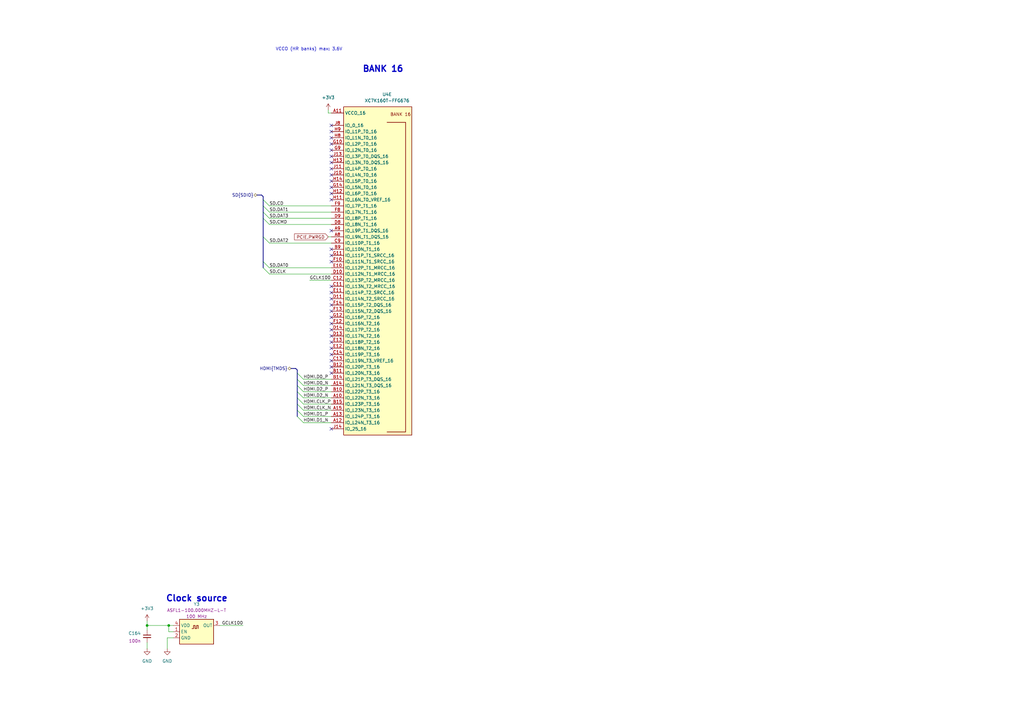
<source format=kicad_sch>
(kicad_sch (version 20211123) (generator eeschema)
  (paper "A3")
  (title_block (title "SO-DIMM DDR5 Tester") (date "2024-01-10") (rev "1.1.0") (comment 1 "www.antmicro.com") (comment 2 "Antmicro Ltd"))
  (junction (at 69.215 256.54))
  (junction (at 60.325 256.54))
  (no_connect (at 135.89 175.895))
  (no_connect (at 135.89 53.975))
  (no_connect (at 135.89 104.775))
  (no_connect (at 135.89 71.755))
  (no_connect (at 135.89 69.215))
  (no_connect (at 135.89 61.595))
  (no_connect (at 135.89 64.135))
  (no_connect (at 135.89 56.515))
  (no_connect (at 135.89 102.235))
  (no_connect (at 135.89 81.915))
  (no_connect (at 135.89 66.675))
  (no_connect (at 135.89 76.835))
  (no_connect (at 135.89 147.955))
  (no_connect (at 135.89 117.475))
  (no_connect (at 135.89 120.015))
  (no_connect (at 135.89 79.375))
  (no_connect (at 135.89 135.255))
  (no_connect (at 135.89 130.175))
  (no_connect (at 135.89 150.495))
  (no_connect (at 135.89 74.295))
  (no_connect (at 135.89 142.875))
  (no_connect (at 135.89 125.095))
  (no_connect (at 135.89 140.335))
  (no_connect (at 135.89 107.315))
  (no_connect (at 135.89 137.795))
  (no_connect (at 135.89 94.615))
  (no_connect (at 135.89 153.035))
  (no_connect (at 135.89 132.715))
  (no_connect (at 135.89 51.435))
  (no_connect (at 135.89 127.635))
  (no_connect (at 135.89 122.555))
  (no_connect (at 135.89 59.055))
  (no_connect (at 135.89 145.415))
  (bus_entry (at 110.49 109.855) (size -2.54 -2.54))
  (bus_entry (at 110.49 92.075) (size -2.54 -2.54))
  (bus_entry (at 110.49 89.535) (size -2.54 -2.54))
  (bus_entry (at 124.46 158.115) (size -2.54 -2.54))
  (bus_entry (at 110.49 99.695) (size -2.54 -2.54))
  (bus_entry (at 124.46 170.815) (size -2.54 -2.54))
  (bus_entry (at 124.46 160.655) (size -2.54 -2.54))
  (bus_entry (at 110.49 84.455) (size -2.54 -2.54))
  (bus_entry (at 124.46 168.275) (size -2.54 -2.54))
  (bus_entry (at 110.49 112.395) (size -2.54 -2.54))
  (bus_entry (at 124.46 163.195) (size -2.54 -2.54))
  (bus_entry (at 110.49 86.995) (size -2.54 -2.54))
  (bus_entry (at 124.46 155.575) (size -2.54 -2.54))
  (bus_entry (at 124.46 165.735) (size -2.54 -2.54))
  (bus_entry (at 124.46 173.355) (size -2.54 -2.54))
  (bus (pts (xy 105.41 80.01) (xy 107.315 80.01)))
  (bus (pts (xy 121.92 151.765) (xy 121.92 153.035)))
  (bus (pts (xy 121.92 168.275) (xy 121.92 170.815)))
  (bus (pts (xy 121.92 160.655) (xy 121.92 163.195)))
  (bus (pts (xy 107.95 89.535) (xy 107.95 97.155)))
  (bus (pts (xy 107.95 107.315) (xy 107.95 109.855)))
  (bus (pts (xy 119.38 151.13) (xy 121.285 151.13)))
  (bus (pts (xy 121.285 151.13) (xy 121.92 151.765)))
  (wire (pts (xy 135.89 163.195) (xy 124.46 163.195)))
  (bus (pts (xy 107.95 97.155) (xy 107.95 107.315)))
  (wire (pts (xy 60.325 266.065) (xy 60.325 263.525)))
  (wire (pts (xy 135.89 160.655) (xy 124.46 160.655)))
  (wire (pts (xy 134.62 45.085) (xy 134.62 46.355)))
  (bus (pts (xy 107.315 80.01) (xy 107.95 80.645)))
  (wire (pts (xy 68.58 261.62) (xy 68.58 266.065)))
  (bus (pts (xy 121.92 165.735) (xy 121.92 168.275)))
  (wire (pts (xy 110.49 89.535) (xy 135.89 89.535)))
  (bus (pts (xy 107.95 84.455) (xy 107.95 86.995)))
  (bus (pts (xy 107.95 81.915) (xy 107.95 84.455)))
  (wire (pts (xy 127 114.935) (xy 135.89 114.935)))
  (bus (pts (xy 121.92 163.195) (xy 121.92 165.735)))
  (wire (pts (xy 60.325 256.54) (xy 69.215 256.54)))
  (bus (pts (xy 121.92 155.575) (xy 121.92 158.115)))
  (wire (pts (xy 135.89 155.575) (xy 124.46 155.575)))
  (wire (pts (xy 135.89 46.355) (xy 134.62 46.355)))
  (wire (pts (xy 135.89 170.815) (xy 124.46 170.815)))
  (wire (pts (xy 135.89 168.275) (xy 124.46 168.275)))
  (wire (pts (xy 60.325 254.635) (xy 60.325 256.54)))
  (wire (pts (xy 69.215 259.08) (xy 69.215 256.54)))
  (wire (pts (xy 60.325 258.445) (xy 60.325 256.54)))
  (wire (pts (xy 110.49 112.395) (xy 135.89 112.395)))
  (wire (pts (xy 110.49 99.695) (xy 135.89 99.695)))
  (bus (pts (xy 121.92 153.035) (xy 121.92 155.575)))
  (wire (pts (xy 110.49 92.075) (xy 135.89 92.075)))
  (bus (pts (xy 107.95 86.995) (xy 107.95 89.535)))
  (wire (pts (xy 71.12 261.62) (xy 68.58 261.62)))
  (wire (pts (xy 110.49 84.455) (xy 135.89 84.455)))
  (bus (pts (xy 107.95 80.645) (xy 107.95 81.915)))
  (wire (pts (xy 134.62 97.155) (xy 135.89 97.155)))
  (wire (pts (xy 69.215 256.54) (xy 71.12 256.54)))
  (wire (pts (xy 135.89 158.115) (xy 124.46 158.115)))
  (wire (pts (xy 135.89 165.735) (xy 124.46 165.735)))
  (wire (pts (xy 110.49 109.855) (xy 135.89 109.855)))
  (wire (pts (xy 90.17 256.54) (xy 99.695 256.54)))
  (bus (pts (xy 121.92 158.115) (xy 121.92 160.655)))
  (wire (pts (xy 110.49 86.995) (xy 135.89 86.995)))
  (wire (pts (xy 135.89 173.355) (xy 124.46 173.355)))
  (wire (pts (xy 71.12 259.08) (xy 69.215 259.08)))
  (text "Clock source" (at 67.945 247.015 0) (effects (font (size 2.54 2.54) (thickness 0.4978) bold) (justify left bottom)))
  (text "BANK 16" (at 148.59 29.845 0) (effects (font (size 2.4892 2.4892) (thickness 0.4978) bold) (justify left bottom)))
  (text "VCCO (HR banks) max: 3.6V" (at 113.03 20.955 0) (effects (font (size 1.27 1.27)) (justify left bottom)))
  (label "SD.DAT0" (at 110.49 109.855 0))
  (label "SD.CMD" (at 110.49 92.075 0))
  (label "GCLK100" (at 127 114.935 0))
  (label "SD.DAT1" (at 110.49 86.995 0))
  (label "SD.CD" (at 110.49 84.455 0))
  (label "SD.CLK" (at 110.49 112.395 0))
  (label "GCLK100" (at 99.695 256.54 180))
  (label "HDMI.D2_P" (at 124.46 160.655 0))
  (label "HDMI.D2_N" (at 124.46 163.195 0))
  (label "SD.DAT3" (at 110.49 89.535 0))
  (label "HDMI.CLK_N" (at 124.46 168.275 0))
  (label "HDMI.CLK_P" (at 124.46 165.735 0))
  (label "HDMI.D0_P" (at 124.46 155.575 0))
  (label "HDMI.D0_N" (at 124.46 158.115 0))
  (label "HDMI.D1_P" (at 124.46 170.815 0))
  (label "SD.DAT2" (at 110.49 99.695 0))
  (label "HDMI.D1_N" (at 124.46 173.355 0))
  (global_label "PCIE.PWRGD" (shape input) (at 134.62 97.155 180) (property "Intersheet References" "${INTERSHEET_REFS}" (effects hide)))
  (hierarchical_label "SD{SDIO}" (shape bidirectional) (at 105.41 80.01 180))
  (hierarchical_label "HDMI{TMDS}" (shape bidirectional) (at 119.38 151.13 180))
  (symbol (lib_id "sodimm-ddr5-tester:GND") (at 68.58 266.065 0) (mirror y) (unit 1)
    (property "Reference" "#PWR0265" (effects hide))
    (property "Value" "GND" (at 68.58 271.145 0))
    (property "Author" "Antmicro" (effects hide))
    (property "License" "Apache-2.0" (effects hide))
  )
  (symbol (lib_id "sodimm-ddr5-tester:C_100n_0402") (at 60.325 258.445 90) (mirror x) (unit 1)
    (property "Reference" "C164" (at 57.785 259.7213 90) (effects (justify left)))
    (property "Value" "C_100n_0402" (effects hide))
    (property "Footprint" "sodimm-ddr5-tester-footprints:C_0402_1005Metric" (effects hide))
    (property "Datasheet" "https://search.murata.co.jp/Ceramy/image/img/A01X/G101/ENG/GRM155R61H104KE14-01.pdf" (effects hide))
    (property "Manufacturer" "Murata" (effects hide))
    (property "MPN" "GRM155R61H104KE14D" (effects hide))
    (property "Val" "100n" (at 57.785 262.8962 90) (effects (justify left)))
    (property "License" "Apache-2.0" (effects hide))
    (property "Author" "Antmicro" (effects hide))
    (property "Voltage" "50V" (effects hide))
    (property "Dielectric" "X5R" (effects hide))
  )
  (symbol (lib_id "sodimm-ddr5-tester:Oscillator_100MHz_ASFL1") (at 71.12 256.54 0) (unit 1)
    (property "Reference" "Y3" (at 80.645 247.7912 0))
    (property "Value" "Oscillator_100MHz_ASFL1" (effects hide))
    (property "Footprint" "sodimm-ddr5-tester-footprints:Oscillator_SMD_Abracon_ASFL1-4Pin_5.0x3.2mm" (effects hide))
    (property "Datasheet" "https://abracon.com/Oscillators/ASFL1.pdf" (effects hide))
    (property "MPN" "ASFL1-100.000MHZ-L-T" (at 80.645 250.3149 0))
    (property "Manufacturer" "Abracon" (effects hide))
    (property "Val" "100 MHz" (at 80.645 252.8386 0))
    (property "Author" "Antmicro" (effects hide))
    (property "License" "Apache-2.0" (effects hide))
  )
  (symbol (lib_id "sodimm-ddr5-tester:XC7K160T-FFG676") (at 135.89 46.355 0) (unit 5)
    (property "Reference" "U4" (at 158.75 38.735 0))
    (property "Value" "XC7K160T-FFG676" (at 158.75 41.275 0))
    (property "Footprint" "sodimm-ddr5-tester-footprints:BGA-676_27x27mm_Layout26x26_P1X1mm" (effects hide))
    (property "Datasheet" "https://docs.xilinx.com/v/u/en-US/ds180_7Series_Overview" (effects hide))
    (property "MPN" "XC7K160T-FFG676" (effects hide))
    (property "Author" "Antmicro" (effects hide))
    (property "License" "Apache-2.0" (effects hide))
    (property "Manufacturer" "Xilinx" (effects hide))
  )
  (symbol (lib_id "sodimm-ddr5-tester:+3V3") (at 60.325 254.635 0) (unit 1)
    (property "Reference" "#PWR0263" (effects hide))
    (property "Value" "+3V3" (at 60.325 249.555 0))
  )
  (symbol (lib_id "sodimm-ddr5-tester:GND") (at 60.325 266.065 0) (mirror y) (unit 1)
    (property "Reference" "#PWR0264" (effects hide))
    (property "Value" "GND" (at 60.325 271.145 0))
    (property "Author" "Antmicro" (effects hide))
    (property "License" "Apache-2.0" (effects hide))
  )
  (symbol (lib_id "sodimm-ddr5-tester:+3V3") (at 134.62 45.085 0) (unit 1)
    (property "Reference" "#PWR0262" (effects hide))
    (property "Value" "+3V3" (at 134.62 40.005 0))
  )
)
</source>
